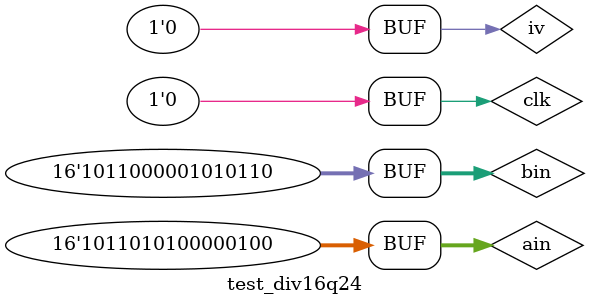
<source format=v>
`timescale 1ns / 1ps
module test_div16q24;

	// Inputs
	reg [15:0] ain;
	reg [15:0] bin;
	reg iv;
	reg clk;

	// Outputs
	wire [23:0] qout;
	wire ov;

	// Instantiate the Unit Under Test (UUT)
	div16q24 uut (
		.ain(ain), 
		.bin(bin), 
		.iv(iv), 
		.qout(qout), 
		.ov(ov), 
		.clk(clk) 
	);

	initial begin
		// Initialize Inputs
		ain = 0;
		bin = 0;
		iv = 0;
		clk = 0;

		// Wait 100 ns for global reset to finish
		#100;
        
		// idle
		repeat (35)
		begin
			#5 clk = 0;
			#5 clk = 1;
		end
		// test division
		#5 clk = 0; iv = 1; ain = 16'hB504; bin = 16'hB04F;
		#5 clk = 1;
		repeat (35)
		begin
			#5 clk = 0; iv = 0;
			#5 clk = 1;
		end
		#5 clk = 0; iv = 1; ain = 16'hB504; bin = 16'hB050;
		#5 clk = 1;
		repeat (35)
		begin
			#5 clk = 0; iv = 0;
			#5 clk = 1;
		end
		#5 clk = 0; iv = 1; ain = 16'hB504; bin = 16'hB051;
		#5 clk = 1;
		repeat (35)
		begin
			#5 clk = 0; iv = 0;
			#5 clk = 1;
		end
		#5 clk = 0; iv = 1; ain = 16'hB504; bin = 16'hB052;
		#5 clk = 1;
		repeat (35)
		begin
			#5 clk = 0; iv = 0;
			#5 clk = 1;
		end
		#5 clk = 0; iv = 1; ain = 16'hB504; bin = 16'hB053;
		#5 clk = 1;
		repeat (35)
		begin
			#5 clk = 0; iv = 0;
			#5 clk = 1;
		end
		#5 clk = 0; iv = 1; ain = 16'hB504; bin = 16'hB054;
		#5 clk = 1;
		repeat (35)
		begin
			#5 clk = 0; iv = 0;
			#5 clk = 1;
		end
		#5 clk = 0; iv = 1; ain = 16'hB504; bin = 16'hB055;
		#5 clk = 1;
		repeat (35)
		begin
			#5 clk = 0; iv = 0;
			#5 clk = 1;
		end
		#5 clk = 0; iv = 1; ain = 16'hB504; bin = 16'hB056;
		#5 clk = 1;
		repeat (35)
		begin
			#5 clk = 0; iv = 0;
			#5 clk = 1;
		end
		#5 clk = 0;
	end
      
endmodule


</source>
